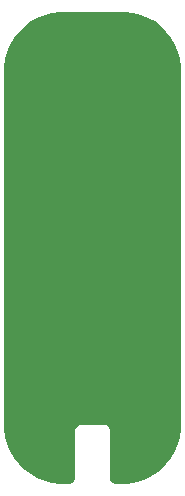
<source format=gbr>
%TF.GenerationSoftware,Altium Limited,Altium Designer,24.0.1 (36)*%
G04 Layer_Color=0*
%FSLAX25Y25*%
%MOIN*%
%TF.SameCoordinates,D5D63520-F272-4D0B-AB48-B6EDFC209223*%
%TF.FilePolarity,Positive*%
%TF.FileFunction,NonPlated,1,4,NPTH,Drill*%
%TF.Part,Single*%
G01*
G75*
G36*
X216693Y255906D02*
X215399Y255906D01*
X212832Y255568D01*
X210331Y254898D01*
X207940Y253907D01*
X205698Y252612D01*
X203644Y251037D01*
X201813Y249206D01*
X200237Y247152D01*
X198943Y244910D01*
X197952Y242518D01*
X197282Y240018D01*
X196944Y237451D01*
X196944Y236157D01*
Y236157D01*
Y118111D01*
X196944Y116816D01*
X197282Y114250D01*
X197952Y111749D01*
X198943Y109357D01*
X200237Y107115D01*
X201813Y105062D01*
X203644Y103231D01*
X205698Y101655D01*
X207940Y100361D01*
X210331Y99370D01*
X212832Y98700D01*
X215399Y98362D01*
X216693Y98362D01*
X216693D01*
X218412D01*
X218822D01*
X219579Y98676D01*
X220159Y99255D01*
X220472Y100012D01*
Y100422D01*
D01*
Y116142D01*
X220510Y116526D01*
X220804Y117236D01*
X221347Y117779D01*
X222057Y118073D01*
X222441Y118111D01*
X222442Y118111D01*
X230315Y118111D01*
X230699Y118073D01*
X231409Y117779D01*
X231952Y117236D01*
X232246Y116526D01*
X232284Y116142D01*
X232284Y116142D01*
Y100239D01*
X232284Y99866D01*
X232570Y99176D01*
X233098Y98648D01*
X233788Y98362D01*
X234161Y98362D01*
X234161D01*
X236063D01*
X237357D01*
X239924Y98700D01*
X242425Y99370D01*
X244816Y100361D01*
X247058Y101655D01*
X249112Y103231D01*
X250943Y105062D01*
X252519Y107115D01*
X253813Y109357D01*
X254804Y111749D01*
X255474Y114250D01*
X255812Y116816D01*
X255812Y118111D01*
X255812Y118111D01*
X255842Y236157D01*
X255841Y237452D01*
X255501Y240021D01*
X254828Y242523D01*
X253835Y244916D01*
X252538Y247158D01*
X250959Y249212D01*
X249126Y251043D01*
X247069Y252619D01*
X244825Y253912D01*
X242430Y254902D01*
X239927Y255570D01*
X237358Y255907D01*
X236063Y255906D01*
X236063Y255906D01*
X216693Y255906D01*
D02*
G37*
%TF.MD5,beedec900631a60a0f0e07fa135dabed*%
M02*

</source>
